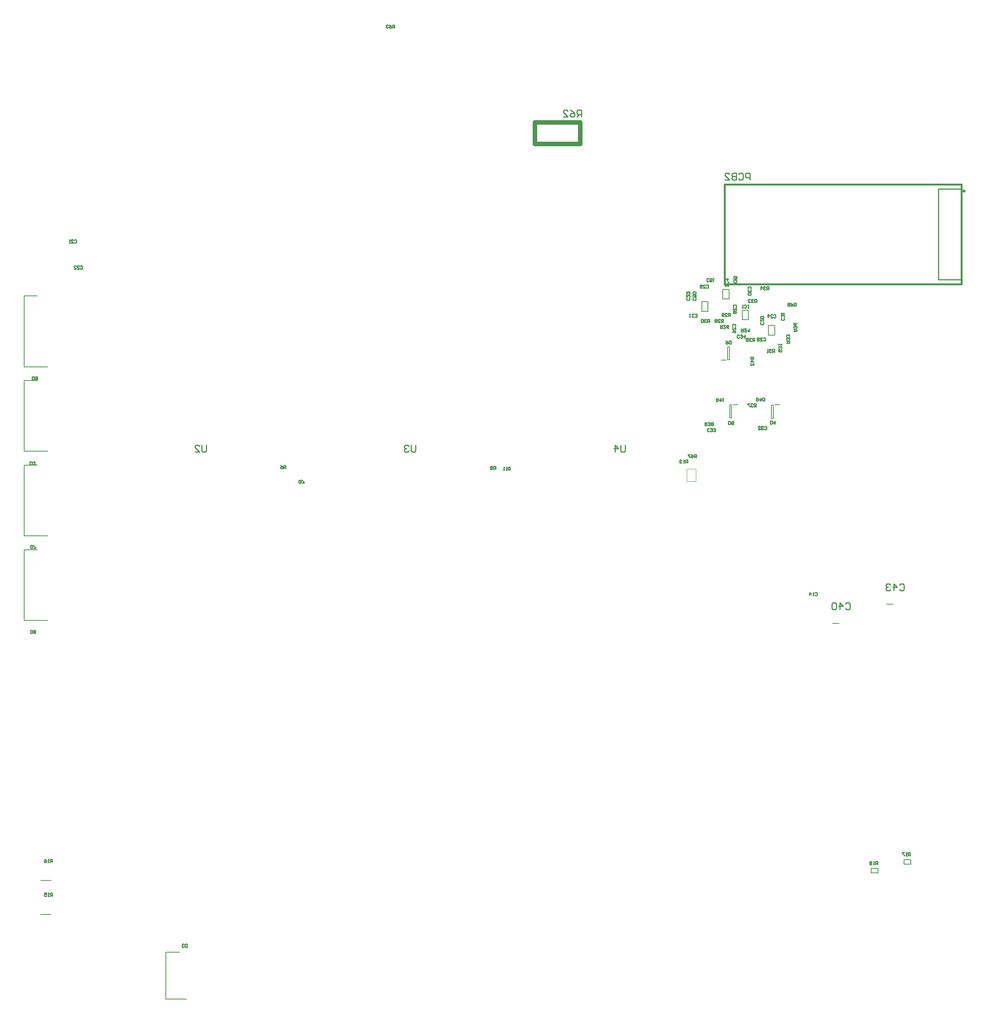
<source format=gbo>
G04*
G04 #@! TF.GenerationSoftware,Altium Limited,Altium Designer,20.2.4 (192)*
G04*
G04 Layer_Color=32896*
%FSLAX24Y24*%
%MOIN*%
G70*
G04*
G04 #@! TF.SameCoordinates,B9BB7F2B-B7AC-4897-A438-396A0F5AD448*
G04*
G04*
G04 #@! TF.FilePolarity,Positive*
G04*
G01*
G75*
%ADD10C,0.0079*%
%ADD12C,0.0197*%
%ADD13C,0.0039*%
%ADD15C,0.0157*%
%ADD16C,0.0100*%
%ADD136C,0.0394*%
D10*
X68308Y66526D02*
X68860D01*
X68308Y65679D02*
Y66526D01*
Y65679D02*
X68860D01*
Y66526D01*
X64144Y63484D02*
X64577D01*
X64715Y63494D02*
Y64655D01*
X64872D01*
Y63494D02*
Y64655D01*
X64715Y63494D02*
X64872D01*
X68878Y59528D02*
X69311D01*
X68740Y58356D02*
Y59518D01*
X68583Y58356D02*
X68740D01*
X68583D02*
Y59518D01*
X68740D01*
X65187Y59537D02*
X65620D01*
X65049Y58366D02*
Y59528D01*
X64892Y58366D02*
X65049D01*
X64892D02*
Y59528D01*
X65049D01*
X62432Y68632D02*
X62983D01*
X62432Y67785D02*
Y68632D01*
Y67785D02*
X62983D01*
Y68632D01*
X64272Y69715D02*
X64823D01*
X64272Y68868D02*
Y69715D01*
Y68868D02*
X64823D01*
Y69715D01*
X66004Y67036D02*
X66555D01*
Y67883D01*
X66004D02*
X66555D01*
X66004Y67036D02*
Y67883D01*
X73976Y40256D02*
X74528D01*
X78740Y41929D02*
X79291D01*
X80863Y19222D02*
Y19422D01*
X80261D02*
X80861D01*
X80261Y19022D02*
Y19422D01*
Y19022D02*
X80861D01*
X80863D02*
Y19222D01*
X77387Y18235D02*
Y18435D01*
X77389Y18235D02*
X77989D01*
Y18635D01*
X77389D02*
X77989D01*
X77387Y18435D02*
Y18635D01*
X15130Y7098D02*
X16980D01*
X15130D02*
Y11248D01*
X16339D01*
X4114Y17579D02*
X5020D01*
X4114Y14587D02*
X5020D01*
X2624Y62890D02*
X4715D01*
X2624D02*
Y69138D01*
X3819D01*
X2624Y40504D02*
X4715D01*
X2624D02*
Y46752D01*
X3819D01*
X2624Y47966D02*
X4715D01*
X2624D02*
Y54214D01*
X3819D01*
X2624Y55428D02*
X4715D01*
X2624D02*
Y61676D01*
X3819D01*
D12*
X85606Y78389D02*
G03*
X85606Y78389I-50J0D01*
G01*
D13*
X61102Y53858D02*
X61496D01*
X61102Y52776D02*
Y53858D01*
Y52776D02*
X61890D01*
Y53858D01*
X61496D02*
X61890D01*
D15*
X64456Y70189D02*
Y78989D01*
Y70189D02*
X85356D01*
X64456Y78989D02*
X85356D01*
Y70189D02*
Y78989D01*
D16*
X85306Y74589D02*
Y75089D01*
Y75589D01*
X83306Y75089D02*
Y75589D01*
Y74589D02*
Y75089D01*
X85306Y77589D02*
Y78089D01*
Y78589D01*
X83306Y78089D02*
Y78589D01*
Y77589D02*
Y78089D01*
Y78589D02*
X85306D01*
Y76589D02*
Y77089D01*
Y77589D01*
X83306Y77089D02*
Y77589D01*
Y76589D02*
Y77089D01*
X85306Y75589D02*
Y76089D01*
Y76589D01*
X83306Y76089D02*
Y76589D01*
Y75589D02*
Y76089D01*
Y74089D02*
Y74589D01*
Y73589D02*
Y74089D01*
X85306Y73589D02*
Y74089D01*
Y74589D01*
X83306Y71089D02*
Y71589D01*
Y70589D02*
Y71089D01*
X85306Y70589D02*
Y71089D01*
Y71589D01*
X83306Y70589D02*
X85306D01*
X83306Y72089D02*
Y72589D01*
Y71589D02*
Y72089D01*
X85306Y71589D02*
Y72089D01*
Y72589D01*
X83306Y73089D02*
Y73589D01*
Y72589D02*
Y73089D01*
X85306Y72589D02*
Y73089D01*
Y73589D01*
X79869Y43635D02*
X79969Y43735D01*
X80169D01*
X80269Y43635D01*
Y43235D01*
X80169Y43135D01*
X79969D01*
X79869Y43235D01*
X79369Y43135D02*
Y43735D01*
X79669Y43435D01*
X79269D01*
X79069Y43635D02*
X78969Y43735D01*
X78769D01*
X78669Y43635D01*
Y43535D01*
X78769Y43435D01*
X78869D01*
X78769D01*
X78669Y43335D01*
Y43235D01*
X78769Y43135D01*
X78969D01*
X79069Y43235D01*
X75106Y41969D02*
X75206Y42069D01*
X75406D01*
X75506Y41969D01*
Y41569D01*
X75406Y41469D01*
X75206D01*
X75106Y41569D01*
X74606Y41469D02*
Y42069D01*
X74906Y41769D01*
X74506D01*
X74306Y41969D02*
X74206Y42069D01*
X74006D01*
X73906Y41969D01*
Y41569D01*
X74006Y41469D01*
X74206D01*
X74306Y41569D01*
Y41969D01*
X70741Y68225D02*
Y68501D01*
X70603D01*
X70557Y68455D01*
Y68363D01*
X70603Y68317D01*
X70741D01*
X70649D02*
X70557Y68225D01*
X70282Y68501D02*
X70374Y68455D01*
X70466Y68363D01*
Y68271D01*
X70420Y68225D01*
X70328D01*
X70282Y68271D01*
Y68317D01*
X70328Y68363D01*
X70466D01*
X70190Y68271D02*
X70144Y68225D01*
X70052D01*
X70006Y68271D01*
Y68455D01*
X70052Y68501D01*
X70144D01*
X70190Y68455D01*
Y68409D01*
X70144Y68363D01*
X70006D01*
X66672Y79372D02*
Y79972D01*
X66372D01*
X66272Y79872D01*
Y79672D01*
X66372Y79572D01*
X66672D01*
X65672Y79872D02*
X65772Y79972D01*
X65972D01*
X66072Y79872D01*
Y79472D01*
X65972Y79372D01*
X65772D01*
X65672Y79472D01*
X65472Y79972D02*
Y79372D01*
X65172D01*
X65072Y79472D01*
Y79572D01*
X65172Y79672D01*
X65472D01*
X65172D01*
X65072Y79772D01*
Y79872D01*
X65172Y79972D01*
X65472D01*
X64473Y79372D02*
X64872D01*
X64473Y79772D01*
Y79872D01*
X64573Y79972D01*
X64773D01*
X64872Y79872D01*
X61929Y54882D02*
Y55157D01*
X61791D01*
X61745Y55111D01*
Y55020D01*
X61791Y54974D01*
X61929D01*
X61837D02*
X61745Y54882D01*
X61470Y55157D02*
X61562Y55111D01*
X61654Y55020D01*
Y54928D01*
X61608Y54882D01*
X61516D01*
X61470Y54928D01*
Y54974D01*
X61516Y55020D01*
X61654D01*
X61378Y55157D02*
X61194D01*
Y55111D01*
X61378Y54928D01*
Y54882D01*
X55682Y55983D02*
Y55484D01*
X55582Y55384D01*
X55382D01*
X55282Y55484D01*
Y55983D01*
X54783Y55384D02*
Y55983D01*
X55083Y55684D01*
X54683D01*
X37181Y55981D02*
Y55481D01*
X37081Y55381D01*
X36881D01*
X36781Y55481D01*
Y55981D01*
X36581Y55881D02*
X36481Y55981D01*
X36281D01*
X36181Y55881D01*
Y55781D01*
X36281Y55681D01*
X36381D01*
X36281D01*
X36181Y55581D01*
Y55481D01*
X36281Y55381D01*
X36481D01*
X36581Y55481D01*
X18693Y55976D02*
Y55476D01*
X18593Y55376D01*
X18393D01*
X18293Y55476D01*
Y55976D01*
X17694Y55376D02*
X18093D01*
X17694Y55776D01*
Y55876D01*
X17793Y55976D01*
X17993D01*
X18093Y55876D01*
X51810Y84931D02*
Y85531D01*
X51510D01*
X51410Y85431D01*
Y85231D01*
X51510Y85131D01*
X51810D01*
X51610D02*
X51410Y84931D01*
X50810Y85531D02*
X51010Y85431D01*
X51210Y85231D01*
Y85031D01*
X51110Y84931D01*
X50910D01*
X50810Y85031D01*
Y85131D01*
X50910Y85231D01*
X51210D01*
X50210Y84931D02*
X50610D01*
X50210Y85331D01*
Y85431D01*
X50310Y85531D01*
X50510D01*
X50610Y85431D01*
X65010Y65187D02*
Y64911D01*
X64872D01*
X64826Y64957D01*
Y65141D01*
X64872Y65187D01*
X65010D01*
X64551D02*
X64643Y65141D01*
X64734Y65049D01*
Y64957D01*
X64688Y64911D01*
X64597D01*
X64551Y64957D01*
Y65003D01*
X64597Y65049D01*
X64734D01*
X64783Y57805D02*
Y58081D01*
X64921D01*
X64967Y58035D01*
Y57851D01*
X64921Y57805D01*
X64783D01*
X65243D02*
X65059D01*
Y57943D01*
X65151Y57897D01*
X65197D01*
X65243Y57943D01*
Y58035D01*
X65197Y58081D01*
X65105D01*
X65059Y58035D01*
X68474Y57845D02*
Y58120D01*
X68612D01*
X68658Y58074D01*
Y57890D01*
X68612Y57845D01*
X68474D01*
X68888Y58120D02*
Y57845D01*
X68750Y57982D01*
X68934D01*
X67959Y57582D02*
X68005Y57628D01*
X68097D01*
X68143Y57582D01*
Y57398D01*
X68097Y57352D01*
X68005D01*
X67959Y57398D01*
X67867Y57582D02*
X67822Y57628D01*
X67730D01*
X67684Y57582D01*
Y57536D01*
X67730Y57490D01*
X67776D01*
X67730D01*
X67684Y57444D01*
Y57398D01*
X67730Y57352D01*
X67822D01*
X67867Y57398D01*
X67408Y57352D02*
X67592D01*
X67408Y57536D01*
Y57582D01*
X67454Y57628D01*
X67546D01*
X67592Y57582D01*
X77925Y18977D02*
Y19253D01*
X77788D01*
X77742Y19207D01*
Y19115D01*
X77788Y19069D01*
X77925D01*
X77834D02*
X77742Y18977D01*
X77650D02*
X77558D01*
X77604D01*
Y19253D01*
X77650Y19207D01*
X77420D02*
X77374Y19253D01*
X77283D01*
X77237Y19207D01*
Y19161D01*
X77283Y19115D01*
X77237Y19069D01*
Y19023D01*
X77283Y18977D01*
X77374D01*
X77420Y19023D01*
Y19069D01*
X77374Y19115D01*
X77420Y19161D01*
Y19207D01*
X77374Y19115D02*
X77283D01*
X80805Y19757D02*
Y20033D01*
X80668D01*
X80622Y19987D01*
Y19895D01*
X80668Y19849D01*
X80805D01*
X80714D02*
X80622Y19757D01*
X80530D02*
X80438D01*
X80484D01*
Y20033D01*
X80530Y19987D01*
X80300Y20033D02*
X80117D01*
Y19987D01*
X80300Y19803D01*
Y19757D01*
X35312Y92768D02*
Y93044D01*
X35174D01*
X35129Y92998D01*
Y92906D01*
X35174Y92860D01*
X35312D01*
X35220D02*
X35129Y92768D01*
X34853Y93044D02*
X34945Y92998D01*
X35037Y92906D01*
Y92814D01*
X34991Y92768D01*
X34899D01*
X34853Y92814D01*
Y92860D01*
X34899Y92906D01*
X35037D01*
X34761Y92998D02*
X34715Y93044D01*
X34623D01*
X34578Y92998D01*
Y92952D01*
X34623Y92906D01*
X34669D01*
X34623D01*
X34578Y92860D01*
Y92814D01*
X34623Y92768D01*
X34715D01*
X34761Y92814D01*
X67018Y63753D02*
X66742D01*
Y63615D01*
X66788Y63569D01*
X66880D01*
X66926Y63615D01*
Y63753D01*
Y63661D02*
X67018Y63569D01*
Y63340D02*
X66742D01*
X66880Y63478D01*
Y63294D01*
X67018Y63018D02*
Y63202D01*
X66834Y63018D01*
X66788D01*
X66742Y63064D01*
Y63156D01*
X66788Y63202D01*
X63704Y60108D02*
Y59833D01*
X63842D01*
X63888Y59879D01*
Y59970D01*
X63842Y60016D01*
X63704D01*
X63796D02*
X63888Y60108D01*
X64117D02*
Y59833D01*
X63980Y59970D01*
X64163D01*
X64255Y60108D02*
X64347D01*
X64301D01*
Y59833D01*
X64255Y59879D01*
X67231Y60157D02*
Y59882D01*
X67369D01*
X67415Y59928D01*
Y60020D01*
X67369Y60066D01*
X67231D01*
X67323D02*
X67415Y60157D01*
X67644D02*
Y59882D01*
X67507Y60020D01*
X67690D01*
X67782Y59928D02*
X67828Y59882D01*
X67920D01*
X67966Y59928D01*
Y60112D01*
X67920Y60157D01*
X67828D01*
X67782Y60112D01*
Y59928D01*
X67087Y65134D02*
Y65410D01*
X66949D01*
X66903Y65364D01*
Y65272D01*
X66949Y65226D01*
X67087D01*
X66995D02*
X66903Y65134D01*
X66811Y65364D02*
X66765Y65410D01*
X66673D01*
X66628Y65364D01*
Y65318D01*
X66673Y65272D01*
X66719D01*
X66673D01*
X66628Y65226D01*
Y65180D01*
X66673Y65134D01*
X66765D01*
X66811Y65180D01*
X66536D02*
X66490Y65134D01*
X66398D01*
X66352Y65180D01*
Y65364D01*
X66398Y65410D01*
X66490D01*
X66536Y65364D01*
Y65318D01*
X66490Y65272D01*
X66352D01*
X62694Y57982D02*
Y57707D01*
X62831D01*
X62877Y57753D01*
Y57844D01*
X62831Y57890D01*
X62694D01*
X62786D02*
X62877Y57982D01*
X62969Y57753D02*
X63015Y57707D01*
X63107D01*
X63153Y57753D01*
Y57799D01*
X63107Y57844D01*
X63061D01*
X63107D01*
X63153Y57890D01*
Y57936D01*
X63107Y57982D01*
X63015D01*
X62969Y57936D01*
X63245Y57753D02*
X63291Y57707D01*
X63382D01*
X63428Y57753D01*
Y57799D01*
X63382Y57844D01*
X63428Y57890D01*
Y57936D01*
X63382Y57982D01*
X63291D01*
X63245Y57936D01*
Y57890D01*
X63291Y57844D01*
X63245Y57799D01*
Y57753D01*
X63291Y57844D02*
X63382D01*
X67218Y59350D02*
Y59626D01*
X67080D01*
X67034Y59580D01*
Y59488D01*
X67080Y59442D01*
X67218D01*
X67126D02*
X67034Y59350D01*
X66942Y59580D02*
X66896Y59626D01*
X66804D01*
X66759Y59580D01*
Y59534D01*
X66804Y59488D01*
X66850D01*
X66804D01*
X66759Y59442D01*
Y59396D01*
X66804Y59350D01*
X66896D01*
X66942Y59396D01*
X66667Y59626D02*
X66483D01*
Y59580D01*
X66667Y59396D01*
Y59350D01*
X70541Y66011D02*
X70817D01*
Y66148D01*
X70771Y66194D01*
X70679D01*
X70633Y66148D01*
Y66011D01*
Y66102D02*
X70541Y66194D01*
X70771Y66286D02*
X70817Y66332D01*
Y66424D01*
X70771Y66470D01*
X70725D01*
X70679Y66424D01*
Y66378D01*
Y66424D01*
X70633Y66470D01*
X70587D01*
X70541Y66424D01*
Y66332D01*
X70587Y66286D01*
X70817Y66745D02*
X70771Y66653D01*
X70679Y66562D01*
X70587D01*
X70541Y66608D01*
Y66699D01*
X70587Y66745D01*
X70633D01*
X70679Y66699D01*
Y66562D01*
X65236Y70125D02*
X65512D01*
Y70263D01*
X65466Y70308D01*
X65374D01*
X65328Y70263D01*
Y70125D01*
Y70217D02*
X65236Y70308D01*
X65466Y70400D02*
X65512Y70446D01*
Y70538D01*
X65466Y70584D01*
X65420D01*
X65374Y70538D01*
Y70492D01*
Y70538D01*
X65328Y70584D01*
X65282D01*
X65236Y70538D01*
Y70446D01*
X65282Y70400D01*
X65512Y70859D02*
Y70676D01*
X65374D01*
X65420Y70768D01*
Y70814D01*
X65374Y70859D01*
X65282D01*
X65236Y70814D01*
Y70722D01*
X65282Y70676D01*
X68330Y69688D02*
Y69964D01*
X68192D01*
X68146Y69918D01*
Y69826D01*
X68192Y69780D01*
X68330D01*
X68238D02*
X68146Y69688D01*
X68054Y69918D02*
X68009Y69964D01*
X67917D01*
X67871Y69918D01*
Y69872D01*
X67917Y69826D01*
X67963D01*
X67917D01*
X67871Y69780D01*
Y69734D01*
X67917Y69688D01*
X68009D01*
X68054Y69734D01*
X67641Y69688D02*
Y69964D01*
X67779Y69826D01*
X67595D01*
X69903Y64987D02*
X70178D01*
Y65125D01*
X70132Y65171D01*
X70041D01*
X69995Y65125D01*
Y64987D01*
Y65079D02*
X69903Y65171D01*
X70132Y65262D02*
X70178Y65308D01*
Y65400D01*
X70132Y65446D01*
X70087D01*
X70041Y65400D01*
Y65354D01*
Y65400D01*
X69995Y65446D01*
X69949D01*
X69903Y65400D01*
Y65308D01*
X69949Y65262D01*
X70132Y65538D02*
X70178Y65584D01*
Y65676D01*
X70132Y65722D01*
X70087D01*
X70041Y65676D01*
Y65630D01*
Y65676D01*
X69995Y65722D01*
X69949D01*
X69903Y65676D01*
Y65584D01*
X69949Y65538D01*
X67257Y68563D02*
Y68839D01*
X67119D01*
X67073Y68793D01*
Y68701D01*
X67119Y68655D01*
X67257D01*
X67165D02*
X67073Y68563D01*
X66982Y68793D02*
X66936Y68839D01*
X66844D01*
X66798Y68793D01*
Y68747D01*
X66844Y68701D01*
X66890D01*
X66844D01*
X66798Y68655D01*
Y68609D01*
X66844Y68563D01*
X66936D01*
X66982Y68609D01*
X66522Y68563D02*
X66706D01*
X66522Y68747D01*
Y68793D01*
X66568Y68839D01*
X66660D01*
X66706Y68793D01*
X68827Y64154D02*
Y64429D01*
X68689D01*
X68643Y64383D01*
Y64291D01*
X68689Y64245D01*
X68827D01*
X68735D02*
X68643Y64154D01*
X68551Y64383D02*
X68505Y64429D01*
X68413D01*
X68367Y64383D01*
Y64337D01*
X68413Y64291D01*
X68459D01*
X68413D01*
X68367Y64245D01*
Y64199D01*
X68413Y64154D01*
X68505D01*
X68551Y64199D01*
X68276Y64154D02*
X68184D01*
X68230D01*
Y64429D01*
X68276Y64383D01*
X63104Y66801D02*
Y67077D01*
X62967D01*
X62921Y67031D01*
Y66939D01*
X62967Y66893D01*
X63104D01*
X63013D02*
X62921Y66801D01*
X62829Y67031D02*
X62783Y67077D01*
X62691D01*
X62645Y67031D01*
Y66985D01*
X62691Y66939D01*
X62737D01*
X62691D01*
X62645Y66893D01*
Y66847D01*
X62691Y66801D01*
X62783D01*
X62829Y66847D01*
X62553Y67031D02*
X62507Y67077D01*
X62416D01*
X62370Y67031D01*
Y66847D01*
X62416Y66801D01*
X62507D01*
X62553Y66847D01*
Y67031D01*
X64924Y67333D02*
Y67608D01*
X64787D01*
X64741Y67562D01*
Y67470D01*
X64787Y67425D01*
X64924D01*
X64833D02*
X64741Y67333D01*
X64465D02*
X64649D01*
X64465Y67516D01*
Y67562D01*
X64511Y67608D01*
X64603D01*
X64649Y67562D01*
X64373Y67379D02*
X64328Y67333D01*
X64236D01*
X64190Y67379D01*
Y67562D01*
X64236Y67608D01*
X64328D01*
X64373Y67562D01*
Y67516D01*
X64328Y67470D01*
X64190D01*
X64317Y66801D02*
Y67077D01*
X64180D01*
X64134Y67031D01*
Y66939D01*
X64180Y66893D01*
X64317D01*
X64226D02*
X64134Y66801D01*
X63858D02*
X64042D01*
X63858Y66985D01*
Y67031D01*
X63904Y67077D01*
X63996D01*
X64042Y67031D01*
X63766D02*
X63720Y67077D01*
X63629D01*
X63583Y67031D01*
Y66985D01*
X63629Y66939D01*
X63583Y66893D01*
Y66847D01*
X63629Y66801D01*
X63720D01*
X63766Y66847D01*
Y66893D01*
X63720Y66939D01*
X63766Y66985D01*
Y67031D01*
X63720Y66939D02*
X63629D01*
X64062Y66535D02*
Y66260D01*
X64200D01*
X64245Y66306D01*
Y66398D01*
X64200Y66444D01*
X64062D01*
X64154D02*
X64245Y66535D01*
X64521D02*
X64337D01*
X64521Y66352D01*
Y66306D01*
X64475Y66260D01*
X64383D01*
X64337Y66306D01*
X64796Y66260D02*
X64705Y66306D01*
X64613Y66398D01*
Y66489D01*
X64659Y66535D01*
X64751D01*
X64796Y66489D01*
Y66444D01*
X64751Y66398D01*
X64613D01*
X65912Y66239D02*
Y65964D01*
X66050D01*
X66096Y66009D01*
Y66101D01*
X66050Y66147D01*
X65912D01*
X66004D02*
X66096Y66239D01*
X66371D02*
X66188D01*
X66371Y66055D01*
Y66009D01*
X66325Y65964D01*
X66234D01*
X66188Y66009D01*
X66601Y66239D02*
Y65964D01*
X66463Y66101D01*
X66647D01*
X5110Y19178D02*
Y19454D01*
X4972D01*
X4926Y19408D01*
Y19316D01*
X4972Y19270D01*
X5110D01*
X5018D02*
X4926Y19178D01*
X4834D02*
X4743D01*
X4789D01*
Y19454D01*
X4834Y19408D01*
X4421Y19454D02*
X4513Y19408D01*
X4605Y19316D01*
Y19224D01*
X4559Y19178D01*
X4467D01*
X4421Y19224D01*
Y19270D01*
X4467Y19316D01*
X4605D01*
X5110Y16188D02*
Y16464D01*
X4972D01*
X4926Y16418D01*
Y16326D01*
X4972Y16280D01*
X5110D01*
X5018D02*
X4926Y16188D01*
X4834D02*
X4743D01*
X4789D01*
Y16464D01*
X4834Y16418D01*
X4421Y16464D02*
X4605D01*
Y16326D01*
X4513Y16372D01*
X4467D01*
X4421Y16326D01*
Y16234D01*
X4467Y16188D01*
X4559D01*
X4605Y16234D01*
X61158Y54395D02*
Y54670D01*
X61020D01*
X60975Y54624D01*
Y54532D01*
X61020Y54487D01*
X61158D01*
X61066D02*
X60975Y54395D01*
X60883D02*
X60791D01*
X60837D01*
Y54670D01*
X60883Y54624D01*
X60653D02*
X60607Y54670D01*
X60515D01*
X60469Y54624D01*
Y54578D01*
X60515Y54532D01*
X60561D01*
X60515D01*
X60469Y54487D01*
Y54441D01*
X60515Y54395D01*
X60607D01*
X60653Y54441D01*
X44226Y53831D02*
Y54107D01*
X44089D01*
X44043Y54061D01*
Y53969D01*
X44089Y53923D01*
X44226D01*
X44134D02*
X44043Y53831D01*
X43951Y53877D02*
X43905Y53831D01*
X43813D01*
X43767Y53877D01*
Y54061D01*
X43813Y54107D01*
X43905D01*
X43951Y54061D01*
Y54015D01*
X43905Y53969D01*
X43767D01*
X26877Y52923D02*
Y52648D01*
X27014D01*
X27060Y52694D01*
Y52785D01*
X27014Y52831D01*
X26877D01*
X26969D02*
X27060Y52923D01*
X27152Y52648D02*
X27336D01*
Y52694D01*
X27152Y52877D01*
Y52923D01*
X25706Y53902D02*
Y54178D01*
X25568D01*
X25522Y54132D01*
Y54040D01*
X25568Y53994D01*
X25706D01*
X25614D02*
X25522Y53902D01*
X25247Y54178D02*
X25339Y54132D01*
X25430Y54040D01*
Y53948D01*
X25385Y53902D01*
X25293D01*
X25247Y53948D01*
Y53994D01*
X25293Y54040D01*
X25430D01*
X69213Y64892D02*
Y64800D01*
Y64846D01*
X69488D01*
Y64892D01*
Y64800D01*
X69259Y64478D02*
X69213Y64524D01*
Y64616D01*
X69259Y64662D01*
X69442D01*
X69488Y64616D01*
Y64524D01*
X69442Y64478D01*
X69213Y64203D02*
Y64387D01*
X69350D01*
X69304Y64295D01*
Y64249D01*
X69350Y64203D01*
X69442D01*
X69488Y64249D01*
Y64341D01*
X69442Y64387D01*
X64764Y69990D02*
Y70082D01*
Y70036D01*
X64488D01*
Y69990D01*
Y70082D01*
X64718Y70403D02*
X64764Y70358D01*
Y70266D01*
X64718Y70220D01*
X64534D01*
X64488Y70266D01*
Y70358D01*
X64534Y70403D01*
X64488Y70633D02*
X64764D01*
X64626Y70495D01*
Y70679D01*
X61329Y67274D02*
X61421D01*
X61375D01*
Y67549D01*
X61329D01*
X61421D01*
X61742Y67320D02*
X61696Y67274D01*
X61604D01*
X61558Y67320D01*
Y67503D01*
X61604Y67549D01*
X61696D01*
X61742Y67503D01*
X61834Y67320D02*
X61880Y67274D01*
X61972D01*
X62018Y67320D01*
Y67365D01*
X61972Y67411D01*
X61926D01*
X61972D01*
X62018Y67457D01*
Y67503D01*
X61972Y67549D01*
X61880D01*
X61834Y67503D01*
X66578Y68356D02*
X66486D01*
X66532D01*
Y68081D01*
X66578D01*
X66486D01*
X66165Y68310D02*
X66211Y68356D01*
X66302D01*
X66348Y68310D01*
Y68127D01*
X66302Y68081D01*
X66211D01*
X66165Y68127D01*
X66073Y68081D02*
X65981D01*
X66027D01*
Y68356D01*
X66073Y68310D01*
X3353Y61742D02*
Y62018D01*
X3491D01*
X3537Y61972D01*
Y61788D01*
X3491Y61742D01*
X3353D01*
X3629Y61972D02*
X3675Y62018D01*
X3766D01*
X3812Y61972D01*
Y61788D01*
X3766Y61742D01*
X3675D01*
X3629Y61788D01*
Y61834D01*
X3675Y61880D01*
X3812D01*
X3196Y39380D02*
Y39655D01*
X3333D01*
X3379Y39610D01*
Y39426D01*
X3333Y39380D01*
X3196D01*
X3471Y39426D02*
X3517Y39380D01*
X3609D01*
X3655Y39426D01*
Y39472D01*
X3609Y39518D01*
X3655Y39564D01*
Y39610D01*
X3609Y39655D01*
X3517D01*
X3471Y39610D01*
Y39564D01*
X3517Y39518D01*
X3471Y39472D01*
Y39426D01*
X3517Y39518D02*
X3609D01*
X3196Y46873D02*
Y47149D01*
X3333D01*
X3379Y47103D01*
Y46919D01*
X3333Y46873D01*
X3196D01*
X3471D02*
X3655D01*
Y46919D01*
X3471Y47103D01*
Y47149D01*
X17020Y11964D02*
Y11688D01*
X16882D01*
X16836Y11734D01*
Y11918D01*
X16882Y11964D01*
X17020D01*
X16745Y11918D02*
X16699Y11964D01*
X16607D01*
X16561Y11918D01*
Y11872D01*
X16607Y11826D01*
X16653D01*
X16607D01*
X16561Y11780D01*
Y11734D01*
X16607Y11688D01*
X16699D01*
X16745Y11734D01*
X63041Y70449D02*
X62995Y70404D01*
X62904D01*
X62858Y70449D01*
Y70633D01*
X62904Y70679D01*
X62995D01*
X63041Y70633D01*
X63317Y70404D02*
X63133D01*
Y70541D01*
X63225Y70495D01*
X63271D01*
X63317Y70541D01*
Y70633D01*
X63271Y70679D01*
X63179D01*
X63133Y70633D01*
X63409Y70679D02*
X63501D01*
X63455D01*
Y70404D01*
X63409Y70449D01*
X61867Y68950D02*
X61913Y68904D01*
Y68812D01*
X61867Y68766D01*
X61683D01*
X61637Y68812D01*
Y68904D01*
X61683Y68950D01*
X61913Y69226D02*
Y69042D01*
X61775D01*
X61821Y69134D01*
Y69180D01*
X61775Y69226D01*
X61683D01*
X61637Y69180D01*
Y69088D01*
X61683Y69042D01*
X61867Y69317D02*
X61913Y69363D01*
Y69455D01*
X61867Y69501D01*
X61683D01*
X61637Y69455D01*
Y69363D01*
X61683Y69317D01*
X61867D01*
X65732Y65469D02*
X65686Y65423D01*
X65594D01*
X65548Y65469D01*
Y65653D01*
X65594Y65699D01*
X65686D01*
X65732Y65653D01*
X65824Y65469D02*
X65869Y65423D01*
X65961D01*
X66007Y65469D01*
Y65515D01*
X65961Y65561D01*
X65915D01*
X65961D01*
X66007Y65607D01*
Y65653D01*
X65961Y65699D01*
X65869D01*
X65824Y65653D01*
X66237Y65699D02*
Y65423D01*
X66099Y65561D01*
X66283D01*
X63084Y57221D02*
X63038Y57175D01*
X62946D01*
X62900Y57221D01*
Y57405D01*
X62946Y57451D01*
X63038D01*
X63084Y57405D01*
X63176Y57221D02*
X63222Y57175D01*
X63314D01*
X63360Y57221D01*
Y57267D01*
X63314Y57313D01*
X63268D01*
X63314D01*
X63360Y57359D01*
Y57405D01*
X63314Y57451D01*
X63222D01*
X63176Y57405D01*
X63451Y57221D02*
X63497Y57175D01*
X63589D01*
X63635Y57221D01*
Y57267D01*
X63589Y57313D01*
X63543D01*
X63589D01*
X63635Y57359D01*
Y57405D01*
X63589Y57451D01*
X63497D01*
X63451Y57405D01*
X66542Y69770D02*
X66496Y69816D01*
Y69908D01*
X66542Y69954D01*
X66726D01*
X66772Y69908D01*
Y69816D01*
X66726Y69770D01*
X66542Y69678D02*
X66496Y69633D01*
Y69541D01*
X66542Y69495D01*
X66588D01*
X66634Y69541D01*
Y69587D01*
Y69541D01*
X66680Y69495D01*
X66726D01*
X66772Y69541D01*
Y69633D01*
X66726Y69678D01*
X66542Y69403D02*
X66496Y69357D01*
Y69265D01*
X66542Y69219D01*
X66726D01*
X66772Y69265D01*
Y69357D01*
X66726Y69403D01*
X66542D01*
X67862Y65407D02*
X67908Y65453D01*
X68000D01*
X68046Y65407D01*
Y65223D01*
X68000Y65177D01*
X67908D01*
X67862Y65223D01*
X67587Y65177D02*
X67770D01*
X67587Y65361D01*
Y65407D01*
X67633Y65453D01*
X67724D01*
X67770Y65407D01*
X67495Y65223D02*
X67449Y65177D01*
X67357D01*
X67311Y65223D01*
Y65407D01*
X67357Y65453D01*
X67449D01*
X67495Y65407D01*
Y65361D01*
X67449Y65315D01*
X67311D01*
X65243Y68156D02*
X65197Y68202D01*
Y68294D01*
X65243Y68340D01*
X65426D01*
X65472Y68294D01*
Y68202D01*
X65426Y68156D01*
X65472Y67881D02*
Y68064D01*
X65289Y67881D01*
X65243D01*
X65197Y67927D01*
Y68018D01*
X65243Y68064D01*
Y67789D02*
X65197Y67743D01*
Y67651D01*
X65243Y67605D01*
X65289D01*
X65335Y67651D01*
X65381Y67605D01*
X65426D01*
X65472Y67651D01*
Y67743D01*
X65426Y67789D01*
X65381D01*
X65335Y67743D01*
X65289Y67789D01*
X65243D01*
X65335Y67743D02*
Y67651D01*
X65174Y66443D02*
X65128Y66489D01*
Y66581D01*
X65174Y66627D01*
X65358D01*
X65403Y66581D01*
Y66489D01*
X65358Y66443D01*
X65403Y66168D02*
Y66352D01*
X65220Y66168D01*
X65174D01*
X65128Y66214D01*
Y66306D01*
X65174Y66352D01*
X65128Y65892D02*
X65174Y65984D01*
X65266Y66076D01*
X65358D01*
X65403Y66030D01*
Y65938D01*
X65358Y65892D01*
X65312D01*
X65266Y65938D01*
Y66076D01*
X62822Y70062D02*
X62868Y70108D01*
X62960D01*
X63006Y70062D01*
Y69879D01*
X62960Y69833D01*
X62868D01*
X62822Y69879D01*
X62547Y69833D02*
X62730D01*
X62547Y70016D01*
Y70062D01*
X62593Y70108D01*
X62685D01*
X62730Y70062D01*
X62271Y70108D02*
X62455D01*
Y69970D01*
X62363Y70016D01*
X62317D01*
X62271Y69970D01*
Y69879D01*
X62317Y69833D01*
X62409D01*
X62455Y69879D01*
X61313Y68950D02*
X61359Y68904D01*
Y68812D01*
X61313Y68766D01*
X61129D01*
X61084Y68812D01*
Y68904D01*
X61129Y68950D01*
X61084Y69226D02*
Y69042D01*
X61267Y69226D01*
X61313D01*
X61359Y69180D01*
Y69088D01*
X61313Y69042D01*
Y69317D02*
X61359Y69363D01*
Y69455D01*
X61313Y69501D01*
X61267D01*
X61221Y69455D01*
Y69409D01*
Y69455D01*
X61175Y69501D01*
X61129D01*
X61084Y69455D01*
Y69363D01*
X61129Y69317D01*
X7583Y71752D02*
X7629Y71798D01*
X7721D01*
X7767Y71752D01*
Y71568D01*
X7721Y71522D01*
X7629D01*
X7583Y71568D01*
X7308Y71522D02*
X7492D01*
X7308Y71706D01*
Y71752D01*
X7354Y71798D01*
X7446D01*
X7492Y71752D01*
X7032Y71522D02*
X7216D01*
X7032Y71706D01*
Y71752D01*
X7078Y71798D01*
X7170D01*
X7216Y71752D01*
X7058Y74048D02*
X7104Y74094D01*
X7195D01*
X7241Y74048D01*
Y73864D01*
X7195Y73818D01*
X7104D01*
X7058Y73864D01*
X6782Y73818D02*
X6966D01*
X6782Y74002D01*
Y74048D01*
X6828Y74094D01*
X6920D01*
X6966Y74048D01*
X6690Y73818D02*
X6598D01*
X6644D01*
Y74094D01*
X6690Y74048D01*
X67838Y66801D02*
X67884Y66755D01*
Y66663D01*
X67838Y66617D01*
X67654D01*
X67608Y66663D01*
Y66755D01*
X67654Y66801D01*
X67608Y67077D02*
Y66893D01*
X67792Y67077D01*
X67838D01*
X67884Y67031D01*
Y66939D01*
X67838Y66893D01*
Y67168D02*
X67884Y67214D01*
Y67306D01*
X67838Y67352D01*
X67654D01*
X67608Y67306D01*
Y67214D01*
X67654Y67168D01*
X67838D01*
X72413Y42929D02*
X72459Y42974D01*
X72551D01*
X72597Y42929D01*
Y42745D01*
X72551Y42699D01*
X72459D01*
X72413Y42745D01*
X72321Y42699D02*
X72229D01*
X72275D01*
Y42974D01*
X72321Y42929D01*
X71954Y42699D02*
Y42974D01*
X72092Y42837D01*
X71908D01*
X45515Y53760D02*
Y54035D01*
X45377D01*
X45331Y53989D01*
Y53898D01*
X45377Y53852D01*
X45515D01*
X45423D02*
X45331Y53760D01*
X45239D02*
X45148D01*
X45194D01*
Y54035D01*
X45239Y53989D01*
X45010Y53760D02*
X44918D01*
X44964D01*
Y54035D01*
X45010Y53989D01*
X69660Y67185D02*
X69706Y67139D01*
Y67047D01*
X69660Y67001D01*
X69476D01*
X69430Y67047D01*
Y67139D01*
X69476Y67185D01*
X69660Y67277D02*
X69706Y67323D01*
Y67415D01*
X69660Y67461D01*
X69614D01*
X69568Y67415D01*
Y67369D01*
Y67415D01*
X69522Y67461D01*
X69476D01*
X69430Y67415D01*
Y67323D01*
X69476Y67277D01*
X69430Y67552D02*
Y67644D01*
Y67598D01*
X69706D01*
X69660Y67552D01*
X68768Y67454D02*
X68814Y67500D01*
X68905D01*
X68951Y67454D01*
Y67270D01*
X68905Y67224D01*
X68814D01*
X68768Y67270D01*
X68492Y67224D02*
X68676D01*
X68492Y67408D01*
Y67454D01*
X68538Y67500D01*
X68630D01*
X68676Y67454D01*
X68263Y67224D02*
Y67500D01*
X68400Y67362D01*
X68217D01*
X3156Y54225D02*
Y54501D01*
X3294D01*
X3340Y54455D01*
Y54271D01*
X3294Y54225D01*
X3156D01*
X3615Y54501D02*
X3432D01*
X3615Y54317D01*
Y54271D01*
X3570Y54225D01*
X3478D01*
X3432Y54271D01*
D136*
X47717Y82536D02*
X51717D01*
Y84436D01*
X47717D02*
X51717D01*
X47717Y82536D02*
Y84436D01*
M02*

</source>
